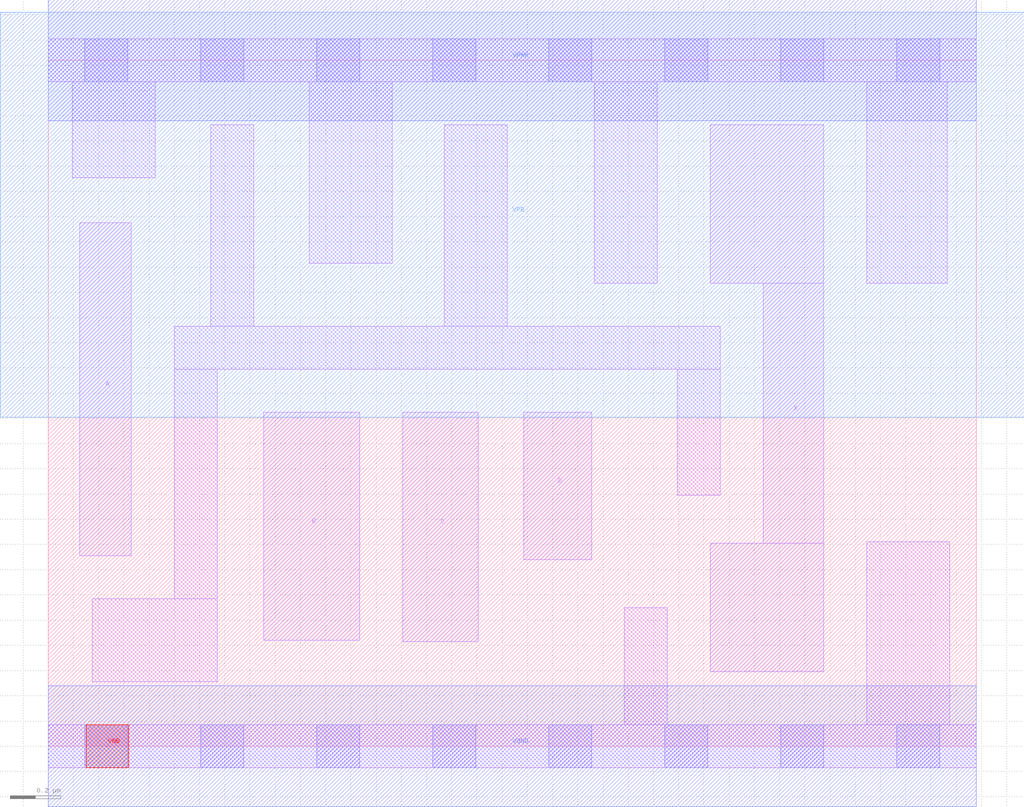
<source format=lef>
# Copyright 2020 The SkyWater PDK Authors
#
# Licensed under the Apache License, Version 2.0 (the "License");
# you may not use this file except in compliance with the License.
# You may obtain a copy of the License at
#
#     https://www.apache.org/licenses/LICENSE-2.0
#
# Unless required by applicable law or agreed to in writing, software
# distributed under the License is distributed on an "AS IS" BASIS,
# WITHOUT WARRANTIES OR CONDITIONS OF ANY KIND, either express or implied.
# See the License for the specific language governing permissions and
# limitations under the License.
#
# SPDX-License-Identifier: Apache-2.0

VERSION 5.7 ;
  NOWIREEXTENSIONATPIN ON ;
  DIVIDERCHAR "/" ;
  BUSBITCHARS "[]" ;
PROPERTYDEFINITIONS
  MACRO maskLayoutSubType STRING ;
  MACRO prCellType STRING ;
  MACRO originalViewName STRING ;
END PROPERTYDEFINITIONS
MACRO sky130_fd_sc_hdll__and4_2
  CLASS CORE ;
  FOREIGN sky130_fd_sc_hdll__and4_2 ;
  ORIGIN  0.000000  0.000000 ;
  SIZE  3.680000 BY  2.720000 ;
  SYMMETRY X Y R90 ;
  SITE unithd ;
  PIN A
    ANTENNAGATEAREA  0.138600 ;
    DIRECTION INPUT ;
    USE SIGNAL ;
    PORT
      LAYER li1 ;
        RECT 0.125000 0.755000 0.330000 2.075000 ;
    END
  END A
  PIN B
    ANTENNAGATEAREA  0.138600 ;
    DIRECTION INPUT ;
    USE SIGNAL ;
    PORT
      LAYER li1 ;
        RECT 0.855000 0.420000 1.235000 1.325000 ;
    END
  END B
  PIN C
    ANTENNAGATEAREA  0.138600 ;
    DIRECTION INPUT ;
    USE SIGNAL ;
    PORT
      LAYER li1 ;
        RECT 1.405000 0.415000 1.705000 1.325000 ;
    END
  END C
  PIN D
    ANTENNAGATEAREA  0.138600 ;
    DIRECTION INPUT ;
    USE SIGNAL ;
    PORT
      LAYER li1 ;
        RECT 1.885000 0.740000 2.155000 1.325000 ;
    END
  END D
  PIN VGND
    ANTENNADIFFAREA  0.515750 ;
    DIRECTION INOUT ;
    USE SIGNAL ;
    PORT
      LAYER met1 ;
        RECT 0.000000 -0.240000 3.680000 0.240000 ;
    END
  END VGND
  PIN VPWR
    ANTENNADIFFAREA  0.994300 ;
    DIRECTION INOUT ;
    USE SIGNAL ;
    PORT
      LAYER met1 ;
        RECT 0.000000 2.480000 3.680000 2.960000 ;
    END
  END VPWR
  PIN X
    ANTENNADIFFAREA  0.629500 ;
    DIRECTION OUTPUT ;
    USE SIGNAL ;
    PORT
      LAYER li1 ;
        RECT 2.625000 0.295000 3.075000 0.805000 ;
        RECT 2.625000 1.835000 3.075000 2.465000 ;
        RECT 2.835000 0.805000 3.075000 1.835000 ;
    END
  END X
  PIN VNB
    DIRECTION INOUT ;
    USE GROUND ;
    PORT
      LAYER pwell ;
        RECT 0.150000 -0.085000 0.320000 0.085000 ;
    END
  END VNB
  PIN VPB
    DIRECTION INOUT ;
    USE POWER ;
    PORT
      LAYER nwell ;
        RECT -0.190000 1.305000 3.870000 2.910000 ;
    END
  END VPB
  OBS
    LAYER li1 ;
      RECT 0.000000 -0.085000 3.680000 0.085000 ;
      RECT 0.000000  2.635000 3.680000 2.805000 ;
      RECT 0.095000  2.255000 0.425000 2.635000 ;
      RECT 0.175000  0.255000 0.670000 0.585000 ;
      RECT 0.500000  0.585000 0.670000 1.495000 ;
      RECT 0.500000  1.495000 2.665000 1.665000 ;
      RECT 0.645000  1.665000 0.815000 2.465000 ;
      RECT 1.035000  1.915000 1.365000 2.635000 ;
      RECT 1.570000  1.665000 1.820000 2.465000 ;
      RECT 2.165000  1.835000 2.415000 2.635000 ;
      RECT 2.285000  0.085000 2.455000 0.550000 ;
      RECT 2.495000  0.995000 2.665000 1.495000 ;
      RECT 3.245000  0.085000 3.575000 0.810000 ;
      RECT 3.245000  1.835000 3.565000 2.635000 ;
    LAYER mcon ;
      RECT 0.145000 -0.085000 0.315000 0.085000 ;
      RECT 0.145000  2.635000 0.315000 2.805000 ;
      RECT 0.605000 -0.085000 0.775000 0.085000 ;
      RECT 0.605000  2.635000 0.775000 2.805000 ;
      RECT 1.065000 -0.085000 1.235000 0.085000 ;
      RECT 1.065000  2.635000 1.235000 2.805000 ;
      RECT 1.525000 -0.085000 1.695000 0.085000 ;
      RECT 1.525000  2.635000 1.695000 2.805000 ;
      RECT 1.985000 -0.085000 2.155000 0.085000 ;
      RECT 1.985000  2.635000 2.155000 2.805000 ;
      RECT 2.445000 -0.085000 2.615000 0.085000 ;
      RECT 2.445000  2.635000 2.615000 2.805000 ;
      RECT 2.905000 -0.085000 3.075000 0.085000 ;
      RECT 2.905000  2.635000 3.075000 2.805000 ;
      RECT 3.365000 -0.085000 3.535000 0.085000 ;
      RECT 3.365000  2.635000 3.535000 2.805000 ;
  END
  PROPERTY maskLayoutSubType "abstract" ;
  PROPERTY prCellType "standard" ;
  PROPERTY originalViewName "layout" ;
END sky130_fd_sc_hdll__and4_2
END LIBRARY

</source>
